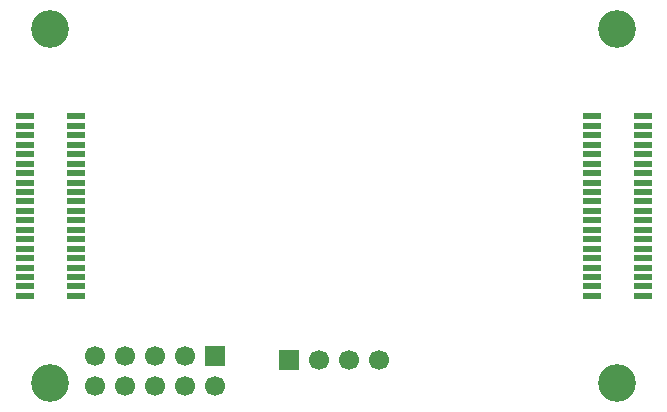
<source format=gbr>
G04*
G04 #@! TF.GenerationSoftware,Altium Limited,Altium Designer,24.0.1 (36)*
G04*
G04 Layer_Color=255*
%FSLAX25Y25*%
%MOIN*%
G70*
G04*
G04 #@! TF.SameCoordinates,BD3E70BB-0697-4B71-9AF7-6C14A59E7EE9*
G04*
G04*
G04 #@! TF.FilePolarity,Positive*
G04*
G01*
G75*
%ADD89C,0.12598*%
%ADD90C,0.06693*%
%ADD91R,0.06693X0.06693*%
%ADD113R,0.05906X0.01968*%
D89*
X204724Y15748D02*
D03*
Y133858D02*
D03*
X15748D02*
D03*
Y15748D02*
D03*
D90*
X30700Y15000D02*
D03*
Y25000D02*
D03*
X40700Y15000D02*
D03*
Y25000D02*
D03*
X50700Y15000D02*
D03*
Y25000D02*
D03*
X60700Y15000D02*
D03*
Y25000D02*
D03*
X70700Y15000D02*
D03*
X125236Y23622D02*
D03*
X115236D02*
D03*
X105236D02*
D03*
D91*
X70700Y25000D02*
D03*
X95236Y23622D02*
D03*
D113*
X213228Y44882D02*
D03*
Y48031D02*
D03*
Y51181D02*
D03*
Y54331D02*
D03*
Y57480D02*
D03*
Y60630D02*
D03*
Y63779D02*
D03*
Y66929D02*
D03*
Y70079D02*
D03*
Y73228D02*
D03*
Y76378D02*
D03*
Y79528D02*
D03*
Y82677D02*
D03*
Y85827D02*
D03*
Y88976D02*
D03*
Y92126D02*
D03*
Y95276D02*
D03*
Y98425D02*
D03*
Y101575D02*
D03*
Y104724D02*
D03*
X196221Y44882D02*
D03*
Y48031D02*
D03*
Y51181D02*
D03*
Y54331D02*
D03*
Y57480D02*
D03*
Y60630D02*
D03*
Y63779D02*
D03*
Y66929D02*
D03*
Y70079D02*
D03*
Y73228D02*
D03*
Y76378D02*
D03*
Y79528D02*
D03*
Y82677D02*
D03*
Y85827D02*
D03*
Y88976D02*
D03*
Y92126D02*
D03*
Y95276D02*
D03*
Y98425D02*
D03*
Y101575D02*
D03*
Y104724D02*
D03*
X7244D02*
D03*
Y101575D02*
D03*
Y98425D02*
D03*
Y95276D02*
D03*
Y92126D02*
D03*
Y88976D02*
D03*
Y85827D02*
D03*
Y82677D02*
D03*
Y79528D02*
D03*
Y76378D02*
D03*
Y73228D02*
D03*
Y70079D02*
D03*
Y66929D02*
D03*
Y63779D02*
D03*
Y60630D02*
D03*
Y57480D02*
D03*
Y54331D02*
D03*
Y51181D02*
D03*
Y48031D02*
D03*
Y44882D02*
D03*
X24252Y104724D02*
D03*
Y101575D02*
D03*
Y98425D02*
D03*
Y95276D02*
D03*
Y92126D02*
D03*
Y88976D02*
D03*
Y85827D02*
D03*
Y82677D02*
D03*
Y79528D02*
D03*
Y76378D02*
D03*
Y73228D02*
D03*
Y70079D02*
D03*
Y66929D02*
D03*
Y63779D02*
D03*
Y60630D02*
D03*
Y57480D02*
D03*
Y54331D02*
D03*
Y51181D02*
D03*
Y48031D02*
D03*
Y44882D02*
D03*
M02*

</source>
